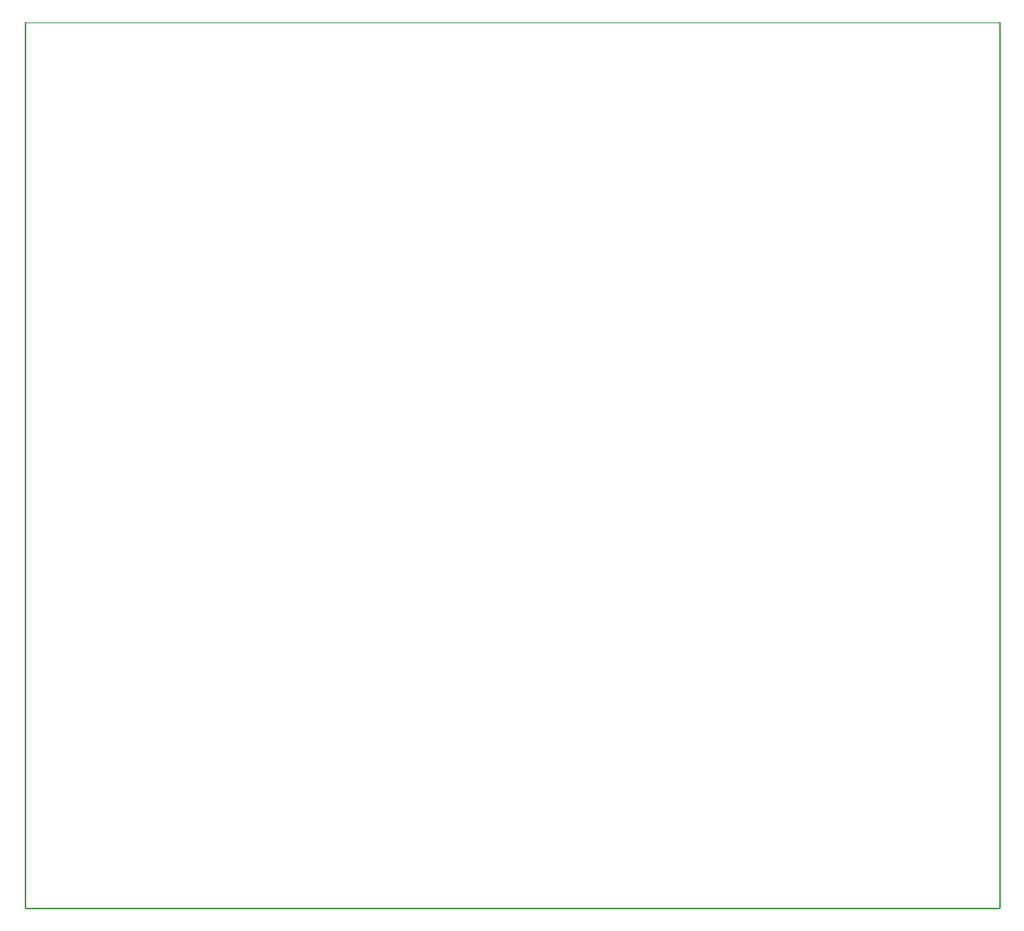
<source format=gko>
G04*
G04 #@! TF.GenerationSoftware,Altium Limited,Altium Designer,23.8.1 (32)*
G04*
G04 Layer_Color=16711935*
%FSLAX44Y44*%
%MOMM*%
G71*
G04*
G04 #@! TF.SameCoordinates,4367AEAE-D2C0-438D-9D7F-6733A8EB5FA7*
G04*
G04*
G04 #@! TF.FilePolarity,Positive*
G04*
G01*
G75*
%ADD21C,0.1000*%
D21*
X550500Y500000D02*
G03*
X550000Y500500I-500J0D01*
G01*
X550500Y500000D02*
G03*
X550000Y500500I-500J0D01*
G01*
X550000Y-500500D02*
G03*
X550500Y-500000I0J500D01*
G01*
X550000Y-500500D02*
G03*
X550500Y-500000I0J500D01*
G01*
X-550000Y500500D02*
G03*
X-550500Y500000I0J-500D01*
G01*
X-550000Y500500D02*
G03*
X-550500Y500000I0J-500D01*
G01*
X-550500Y-500000D02*
G03*
X-550000Y-500500I500J0D01*
G01*
X-550500Y-500000D02*
G03*
X-550000Y-500500I500J0D01*
G01*
Y-500000D02*
X-550000Y500000D01*
X550000D01*
X550000Y-500000D02*
X550000Y500000D01*
X-550000Y-500000D02*
X550000D01*
X-550000D02*
X-550000Y500000D01*
X550000D01*
X550000Y-500000D02*
X550000Y500000D01*
X-550000Y-500000D02*
X550000D01*
X550500D02*
X550500Y500000D01*
X-550000Y500500D02*
X550000D01*
X-550000Y-500500D02*
X550000D01*
X-550500Y-500000D02*
X-550500Y500000D01*
M02*

</source>
